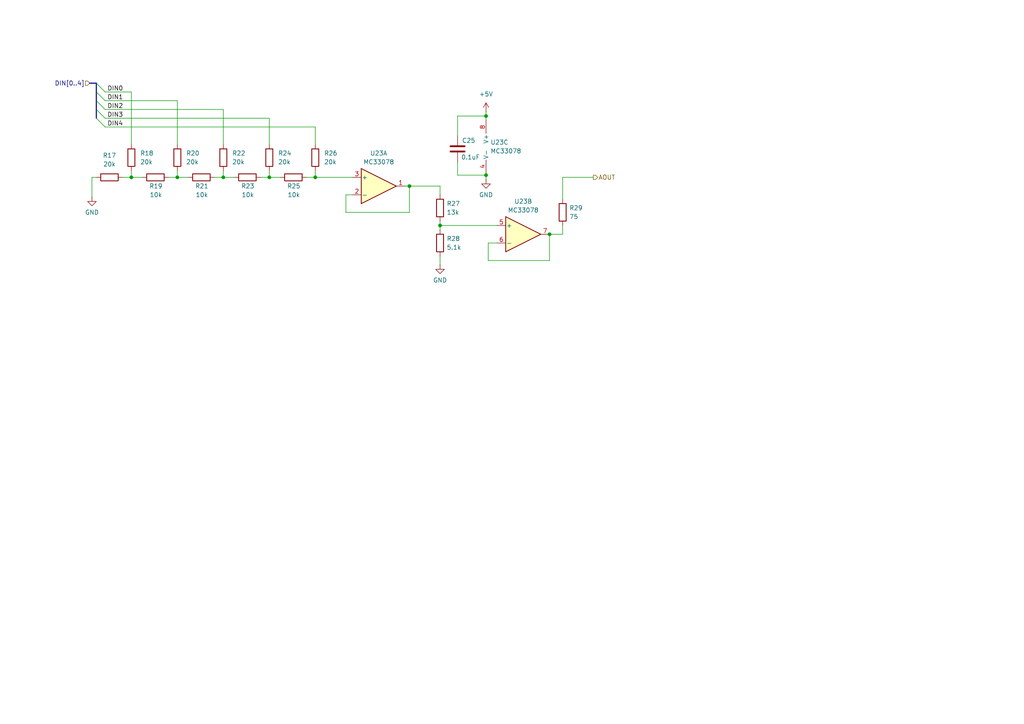
<source format=kicad_sch>
(kicad_sch (version 20250114) (generator "eeschema") (generator_version "9.0")
  (paper "A4")
  (lib_symbols
    (symbol "Amplifier_Operational:MC33078" (pin_names (offset 0.127))
      (property "Reference" "U" (at 0 5.08 0))
      (property "Value" "MC33078" (at 0 -5.08 0))
      (symbol "MC33078_1_1"
        (polyline (pts (xy -5.08 5.08) (xy 5.08 0) (xy -5.08 -5.08) (xy -5.08 5.08)) (stroke (width 0.254)) (fill (type background)))
        (pin input line (at -7.62 2.54 0) (length 2.54) (name "+") (number "3"))
        (pin input line (at -7.62 -2.54 0) (length 2.54) (name "-") (number "2"))
        (pin output line (at 7.62 0 180) (length 2.54) (name "~") (number "1"))
      )
      (symbol "MC33078_2_1"
        (polyline (pts (xy -5.08 5.08) (xy 5.08 0) (xy -5.08 -5.08) (xy -5.08 5.08)) (stroke (width 0.254)) (fill (type background)))
        (pin input line (at -7.62 2.54 0) (length 2.54) (name "+") (number "5"))
        (pin input line (at -7.62 -2.54 0) (length 2.54) (name "-") (number "6"))
        (pin output line (at 7.62 0 180) (length 2.54) (name "~") (number "7"))
      )
      (symbol "MC33078_3_1"
        (pin power_in line (at -2.54 7.62 270) (length 3.81) (name "V+") (number "8"))
        (pin power_in line (at -2.54 -7.62 90) (length 3.81) (name "V-") (number "4"))
      )
    )
    (symbol "Device:C" (pin_numbers (hide yes)) (pin_names (offset 0.254))
      (property "Reference" "C" (at 0.635 2.54 0))
      (property "Value" "C" (at 0.635 -2.54 0))
      (symbol "C_0_1"
        (polyline (pts (xy -2.032 0.762) (xy 2.032 0.762)) (stroke (width 0.508)))
        (polyline (pts (xy -2.032 -0.762) (xy 2.032 -0.762)) (stroke (width 0.508)))
      )
      (symbol "C_1_1"
        (pin passive line (at 0 3.81 270) (length 2.794) (name "~") (number "1"))
        (pin passive line (at 0 -3.81 90) (length 2.794) (name "~") (number "2"))
      )
    )
    (symbol "Device:R" (pin_numbers (hide yes)) (pin_names (offset 0))
      (property "Reference" "R" (at 2.032 0 90))
      (property "Value" "R" (at 0 0 90))
      (symbol "R_0_1"
        (rectangle (start -1.016 -2.54) (end 1.016 2.54) (stroke (width 0.254)))
      )
      (symbol "R_1_1"
        (pin passive line (at 0 3.81 270) (length 1.27) (name "~") (number "1"))
        (pin passive line (at 0 -3.81 90) (length 1.27) (name "~") (number "2"))
      )
    )
    (symbol "power:+5V" (power) (pin_numbers (hide yes)) (pin_names (offset 0) (hide yes))
      (property "Value" "+5V" (at 0 3.556 0))
      (symbol "+5V_0_1"
        (polyline (pts (xy -0.762 1.27) (xy 0 2.54)))
        (polyline (pts (xy 0 2.54) (xy 0.762 1.27)))
        (polyline (pts (xy 0 0) (xy 0 2.54)))
      )
      (symbol "+5V_1_1"
        (pin power_in line (at 0 0 90) (length 0) (name "~") (number "1"))
      )
    )
    (symbol "power:GND" (power) (pin_numbers (hide yes)) (pin_names (offset 0) (hide yes))
      (property "Value" "GND" (at 0 -3.81 0))
      (symbol "GND_0_1"
        (polyline (pts (xy 0 0) (xy 0 -1.27) (xy 1.27 -1.27) (xy 0 -2.54) (xy -1.27 -1.27) (xy 0 -1.27)))
      )
      (symbol "GND_1_1"
        (pin power_in line (at 0 0 270) (length 0) (name "~") (number "1"))
      )
    )
  )
  (junction (at 127.635 65.405))
  (junction (at 91.44 51.435))
  (junction (at 118.745 53.975))
  (junction (at 64.77 51.435))
  (junction (at 78.105 51.435))
  (junction (at 159.385 67.945))
  (junction (at 38.1 51.435))
  (junction (at 51.435 51.435))
  (junction (at 140.97 50.8))
  (junction (at 140.97 33.655))
  (bus_entry (at 27.94 26.67) (size 2.54 2.54))
  (bus_entry (at 27.94 29.21) (size 2.54 2.54))
  (bus_entry (at 27.94 24.13) (size 2.54 2.54))
  (bus_entry (at 27.94 34.29) (size 2.54 2.54))
  (bus_entry (at 27.94 31.75) (size 2.54 2.54))
  (wire (pts (xy 26.67 51.435) (xy 26.67 57.15)))
  (bus (pts (xy 27.94 24.13) (xy 27.94 26.67)))
  (wire (pts (xy 127.635 64.135) (xy 127.635 65.405)))
  (wire (pts (xy 38.1 49.53) (xy 38.1 51.435)))
  (wire (pts (xy 78.105 51.435) (xy 81.28 51.435)))
  (wire (pts (xy 35.56 51.435) (xy 38.1 51.435)))
  (wire (pts (xy 141.605 75.565) (xy 159.385 75.565)))
  (wire (pts (xy 141.605 70.485) (xy 141.605 75.565)))
  (wire (pts (xy 127.635 65.405) (xy 127.635 66.675)))
  (wire (pts (xy 118.745 53.975) (xy 117.475 53.975)))
  (wire (pts (xy 51.435 51.435) (xy 54.61 51.435)))
  (wire (pts (xy 102.235 56.515) (xy 100.33 56.515)))
  (wire (pts (xy 127.635 65.405) (xy 144.145 65.405)))
  (wire (pts (xy 132.715 33.655) (xy 140.97 33.655)))
  (wire (pts (xy 27.94 51.435) (xy 26.67 51.435)))
  (wire (pts (xy 38.1 51.435) (xy 41.275 51.435)))
  (wire (pts (xy 64.77 51.435) (xy 67.945 51.435)))
  (wire (pts (xy 91.44 51.435) (xy 102.235 51.435)))
  (bus (pts (xy 26.035 24.13) (xy 27.94 24.13)))
  (wire (pts (xy 144.145 70.485) (xy 141.605 70.485)))
  (wire (pts (xy 30.48 31.75) (xy 64.77 31.75)))
  (wire (pts (xy 51.435 49.53) (xy 51.435 51.435)))
  (bus (pts (xy 27.94 29.21) (xy 27.94 31.75)))
  (wire (pts (xy 140.97 50.165) (xy 140.97 50.8)))
  (wire (pts (xy 91.44 36.83) (xy 91.44 41.91)))
  (wire (pts (xy 159.385 75.565) (xy 159.385 67.945)))
  (wire (pts (xy 75.565 51.435) (xy 78.105 51.435)))
  (wire (pts (xy 127.635 53.975) (xy 127.635 56.515)))
  (wire (pts (xy 132.715 46.99) (xy 132.715 50.8)))
  (wire (pts (xy 132.715 39.37) (xy 132.715 33.655)))
  (wire (pts (xy 91.44 49.53) (xy 91.44 51.435)))
  (wire (pts (xy 127.635 74.295) (xy 127.635 76.835)))
  (bus (pts (xy 27.94 26.67) (xy 27.94 29.21)))
  (wire (pts (xy 62.23 51.435) (xy 64.77 51.435)))
  (wire (pts (xy 78.105 49.53) (xy 78.105 51.435)))
  (wire (pts (xy 140.97 33.655) (xy 140.97 34.925)))
  (wire (pts (xy 159.385 67.945) (xy 163.195 67.945)))
  (wire (pts (xy 30.48 34.29) (xy 78.105 34.29)))
  (wire (pts (xy 51.435 29.21) (xy 51.435 41.91)))
  (wire (pts (xy 88.9 51.435) (xy 91.44 51.435)))
  (wire (pts (xy 100.33 61.595) (xy 118.745 61.595)))
  (wire (pts (xy 48.895 51.435) (xy 51.435 51.435)))
  (wire (pts (xy 100.33 56.515) (xy 100.33 61.595)))
  (wire (pts (xy 64.77 49.53) (xy 64.77 51.435)))
  (wire (pts (xy 38.1 26.67) (xy 38.1 41.91)))
  (wire (pts (xy 140.97 32.385) (xy 140.97 33.655)))
  (wire (pts (xy 30.48 36.83) (xy 91.44 36.83)))
  (wire (pts (xy 30.48 26.67) (xy 38.1 26.67)))
  (wire (pts (xy 132.715 50.8) (xy 140.97 50.8)))
  (wire (pts (xy 140.97 50.8) (xy 140.97 52.07)))
  (wire (pts (xy 118.745 61.595) (xy 118.745 53.975)))
  (wire (pts (xy 118.745 53.975) (xy 127.635 53.975)))
  (wire (pts (xy 163.195 65.405) (xy 163.195 67.945)))
  (wire (pts (xy 163.195 51.435) (xy 172.085 51.435)))
  (wire (pts (xy 78.105 34.29) (xy 78.105 41.91)))
  (bus (pts (xy 27.94 31.75) (xy 27.94 34.29)))
  (wire (pts (xy 163.195 57.785) (xy 163.195 51.435)))
  (wire (pts (xy 64.77 31.75) (xy 64.77 41.91)))
  (wire (pts (xy 30.48 29.21) (xy 51.435 29.21)))
  (label "DIN4" (at 31.115 36.83 0))
  (label "DIN0" (at 31.115 26.67 0))
  (label "DIN1" (at 31.115 29.21 0))
  (label "DIN3" (at 31.115 34.29 0))
  (label "DIN2" (at 31.115 31.75 0))
  (hierarchical_label "DIN[0..4]" (shape input) (at 26.035 24.13 180))
  (hierarchical_label "AOUT" (shape output) (at 172.085 51.435 0))
  (symbol (lib_id "power:GND") (at 140.97 52.07 0) (unit 1)
    (property "Reference" "#PWR028" (effects (hide yes)))
    (property "Value" "GND" (at 140.97 56.515 0))
    (property "Description" "Power symbol creates a global label with name \"GND\" , ground" (effects (hide yes)))
    (instances (project "" (path "" (reference "#PWR032") (unit 1)) (path "" (reference "#PWR036") (unit 1)) (path "" (reference "#PWR028") (unit 1))))
  )
  (symbol (lib_id "Amplifier_Operational:MC33078") (at 143.51 42.545 0) (unit 3)
    (property "Reference" "U22" (at 142.24 41.2749 0) (effects (justify left)))
    (property "Value" "MC33078" (at 142.24 43.8149 0) (effects (justify left)))
    (property "Footprint" "Package_SO:SOIC-8_3.9x4.9mm_P1.27mm" (effects (hide yes)))
    (property "Datasheet" "https://www.onsemi.com/pub/Collateral/MC33078-D.PDF" (effects (hide yes)))
    (property "Description" "Low Noise, Dual Operational Amplifiers, DIP-8/SOIC-8/SSOP-8" (effects (hide yes)))
    (instances (project "AOS16 GPU" (path "" (reference "U23") (unit 3)) (path "" (reference "U24") (unit 3)) (path "" (reference "U22") (unit 3))))
  )
  (symbol (lib_id "Device:R") (at 38.1 45.72 180) (unit 1)
    (property "Reference" "R5" (at 40.64 44.4499 0) (effects (justify right)))
    (property "Value" "20k" (at 40.64 46.9899 0) (effects (justify right)))
    (property "Footprint" "Resistor_SMD:R_0603_1608Metric" (effects (hide yes)))
    (property "Description" "Resistor" (effects (hide yes)))
    (instances (project "AOS16 GPU" (path "" (reference "R18") (unit 1)) (path "" (reference "R31") (unit 1)) (path "" (reference "R5") (unit 1))))
  )
  (symbol (lib_id "power:GND") (at 26.67 57.15 0) (unit 1)
    (property "Reference" "#PWR025" (effects (hide yes)))
    (property "Value" "GND" (at 26.67 61.595 0))
    (property "Description" "Power symbol creates a global label with name \"GND\" , ground" (effects (hide yes)))
    (instances (project "AOS16 GPU" (path "" (reference "#PWR029") (unit 1)) (path "" (reference "#PWR033") (unit 1)) (path "" (reference "#PWR025") (unit 1))))
  )
  (symbol (lib_id "Device:R") (at 163.195 61.595 0) (unit 1)
    (property "Reference" "R16" (at 165.1 60.3249 0) (effects (justify left)))
    (property "Value" "75" (at 165.1 62.8649 0) (effects (justify left)))
    (property "Footprint" "Resistor_SMD:R_0603_1608Metric" (effects (hide yes)))
    (property "Description" "Resistor" (effects (hide yes)))
    (instances (project "AOS16 GPU" (path "" (reference "R29") (unit 1)) (path "" (reference "R42") (unit 1)) (path "" (reference "R16") (unit 1))))
  )
  (symbol (lib_id "Amplifier_Operational:MC33078") (at 109.855 53.975 0) (unit 1)
    (property "Reference" "U22" (at 109.855 44.45 0))
    (property "Value" "MC33078" (at 109.855 46.99 0))
    (property "Footprint" "Package_SO:SOIC-8_3.9x4.9mm_P1.27mm" (effects (hide yes)))
    (property "Datasheet" "https://www.onsemi.com/pub/Collateral/MC33078-D.PDF" (effects (hide yes)))
    (property "Description" "Low Noise, Dual Operational Amplifiers, DIP-8/SOIC-8/SSOP-8" (effects (hide yes)))
    (instances (project "AOS16 GPU" (path "" (reference "U23") (unit 1)) (path "" (reference "U24") (unit 1)) (path "" (reference "U22") (unit 1))))
  )
  (symbol (lib_id "Device:R") (at 127.635 70.485 0) (unit 1)
    (property "Reference" "R15" (at 129.54 69.2149 0) (effects (justify left)))
    (property "Value" "5.1k" (at 129.54 71.7549 0) (effects (justify left)))
    (property "Footprint" "Resistor_SMD:R_0603_1608Metric" (effects (hide yes)))
    (property "Description" "Resistor" (effects (hide yes)))
    (instances (project "AOS16 GPU" (path "" (reference "R28") (unit 1)) (path "" (reference "R41") (unit 1)) (path "" (reference "R15") (unit 1))))
  )
  (symbol (lib_id "power:GND") (at 127.635 76.835 0) (unit 1)
    (property "Reference" "#PWR026" (effects (hide yes)))
    (property "Value" "GND" (at 127.635 81.28 0))
    (property "Description" "Power symbol creates a global label with name \"GND\" , ground" (effects (hide yes)))
    (instances (project "AOS16 GPU" (path "" (reference "#PWR030") (unit 1)) (path "" (reference "#PWR034") (unit 1)) (path "" (reference "#PWR026") (unit 1))))
  )
  (symbol (lib_id "power:+5V") (at 140.97 32.385 0) (unit 1)
    (property "Reference" "#PWR027" (effects (hide yes)))
    (property "Value" "+5V" (at 140.97 27.305 0))
    (property "Description" "Power symbol creates a global label with name \"+5V\"" (effects (hide yes)))
    (instances (project "" (path "" (reference "#PWR031") (unit 1)) (path "" (reference "#PWR035") (unit 1)) (path "" (reference "#PWR027") (unit 1))))
  )
  (symbol (lib_id "Device:C") (at 132.715 43.18 0) (unit 1)
    (property "Reference" "C24" (at 133.985 40.767 0) (effects (justify left)))
    (property "Value" "0.1uF" (at 133.731 45.593 0) (effects (justify left)))
    (property "Footprint" "Capacitor_SMD:C_0603_1608Metric" (effects (hide yes)))
    (property "Description" "Unpolarized capacitor" (effects (hide yes)))
    (instances (project "" (path "" (reference "C25") (unit 1)) (path "" (reference "C26") (unit 1)) (path "" (reference "C24") (unit 1))))
  )
  (symbol (lib_id "Device:R") (at 127.635 60.325 0) (unit 1)
    (property "Reference" "R14" (at 129.54 59.0549 0) (effects (justify left)))
    (property "Value" "13k" (at 129.54 61.5949 0) (effects (justify left)))
    (property "Footprint" "Resistor_SMD:R_0603_1608Metric" (effects (hide yes)))
    (property "Description" "Resistor" (effects (hide yes)))
    (instances (project "AOS16 GPU" (path "" (reference "R27") (unit 1)) (path "" (reference "R40") (unit 1)) (path "" (reference "R14") (unit 1))))
  )
  (symbol (lib_id "Device:R") (at 51.435 45.72 180) (unit 1)
    (property "Reference" "R7" (at 53.975 44.4499 0) (effects (justify right)))
    (property "Value" "20k" (at 53.975 46.9899 0) (effects (justify right)))
    (property "Footprint" "Resistor_SMD:R_0603_1608Metric" (effects (hide yes)))
    (property "Description" "Resistor" (effects (hide yes)))
    (instances (project "AOS16 GPU" (path "" (reference "R20") (unit 1)) (path "" (reference "R33") (unit 1)) (path "" (reference "R7") (unit 1))))
  )
  (symbol (lib_id "Device:R") (at 91.44 45.72 180) (unit 1)
    (property "Reference" "R13" (at 93.98 44.4499 0) (effects (justify right)))
    (property "Value" "20k" (at 93.98 46.9899 0) (effects (justify right)))
    (property "Footprint" "Resistor_SMD:R_0603_1608Metric" (effects (hide yes)))
    (property "Description" "Resistor" (effects (hide yes)))
    (instances (project "AOS16 GPU" (path "" (reference "R26") (unit 1)) (path "" (reference "R39") (unit 1)) (path "" (reference "R13") (unit 1))))
  )
  (symbol (lib_id "Device:R") (at 85.09 51.435 90) (unit 1)
    (property "Reference" "R12" (at 85.217 53.975 90))
    (property "Value" "10k" (at 85.217 56.515 90))
    (property "Footprint" "Resistor_SMD:R_0603_1608Metric" (effects (hide yes)))
    (property "Description" "Resistor" (effects (hide yes)))
    (instances (project "AOS16 GPU" (path "" (reference "R25") (unit 1)) (path "" (reference "R38") (unit 1)) (path "" (reference "R12") (unit 1))))
  )
  (symbol (lib_id "Device:R") (at 78.105 45.72 180) (unit 1)
    (property "Reference" "R11" (at 80.645 44.4499 0) (effects (justify right)))
    (property "Value" "20k" (at 80.645 46.9899 0) (effects (justify right)))
    (property "Footprint" "Resistor_SMD:R_0603_1608Metric" (effects (hide yes)))
    (property "Description" "Resistor" (effects (hide yes)))
    (instances (project "AOS16 GPU" (path "" (reference "R24") (unit 1)) (path "" (reference "R37") (unit 1)) (path "" (reference "R11") (unit 1))))
  )
  (symbol (lib_id "Device:R") (at 45.085 51.435 90) (unit 1)
    (property "Reference" "R6" (at 45.212 53.975 90))
    (property "Value" "10k" (at 45.212 56.515 90))
    (property "Footprint" "Resistor_SMD:R_0603_1608Metric" (effects (hide yes)))
    (property "Description" "Resistor" (effects (hide yes)))
    (instances (project "AOS16 GPU" (path "" (reference "R19") (unit 1)) (path "" (reference "R32") (unit 1)) (path "" (reference "R6") (unit 1))))
  )
  (symbol (lib_id "Device:R") (at 71.755 51.435 90) (unit 1)
    (property "Reference" "R10" (at 71.882 53.975 90))
    (property "Value" "10k" (at 71.882 56.515 90))
    (property "Footprint" "Resistor_SMD:R_0603_1608Metric" (effects (hide yes)))
    (property "Description" "Resistor" (effects (hide yes)))
    (instances (project "AOS16 GPU" (path "" (reference "R23") (unit 1)) (path "" (reference "R36") (unit 1)) (path "" (reference "R10") (unit 1))))
  )
  (symbol (lib_id "Device:R") (at 31.75 51.435 90) (unit 1)
    (property "Reference" "R4" (at 31.75 45.085 90))
    (property "Value" "20k" (at 31.75 47.625 90))
    (property "Footprint" "Resistor_SMD:R_0603_1608Metric" (effects (hide yes)))
    (property "Description" "Resistor" (effects (hide yes)))
    (instances (project "AOS16 GPU" (path "" (reference "R17") (unit 1)) (path "" (reference "R30") (unit 1)) (path "" (reference "R4") (unit 1))))
  )
  (symbol (lib_id "Amplifier_Operational:MC33078") (at 151.765 67.945 0) (unit 2)
    (property "Reference" "U22" (at 151.765 58.42 0))
    (property "Value" "MC33078" (at 151.765 60.96 0))
    (property "Footprint" "Package_SO:SOIC-8_3.9x4.9mm_P1.27mm" (effects (hide yes)))
    (property "Datasheet" "https://www.onsemi.com/pub/Collateral/MC33078-D.PDF" (effects (hide yes)))
    (property "Description" "Low Noise, Dual Operational Amplifiers, DIP-8/SOIC-8/SSOP-8" (effects (hide yes)))
    (instances (project "AOS16 GPU" (path "" (reference "U23") (unit 2)) (path "" (reference "U24") (unit 2)) (path "" (reference "U22") (unit 2))))
  )
  (symbol (lib_id "Device:R") (at 64.77 45.72 180) (unit 1)
    (property "Reference" "R9" (at 67.31 44.4499 0) (effects (justify right)))
    (property "Value" "20k" (at 67.31 46.9899 0) (effects (justify right)))
    (property "Footprint" "Resistor_SMD:R_0603_1608Metric" (effects (hide yes)))
    (property "Description" "Resistor" (effects (hide yes)))
    (instances (project "AOS16 GPU" (path "" (reference "R22") (unit 1)) (path "" (reference "R35") (unit 1)) (path "" (reference "R9") (unit 1))))
  )
  (symbol (lib_id "Device:R") (at 58.42 51.435 90) (unit 1)
    (property "Reference" "R8" (at 58.547 53.975 90))
    (property "Value" "10k" (at 58.547 56.515 90))
    (property "Footprint" "Resistor_SMD:R_0603_1608Metric" (effects (hide yes)))
    (property "Description" "Resistor" (effects (hide yes)))
    (instances (project "AOS16 GPU" (path "" (reference "R21") (unit 1)) (path "" (reference "R34") (unit 1)) (path "" (reference "R8") (unit 1))))
  )
)
</source>
